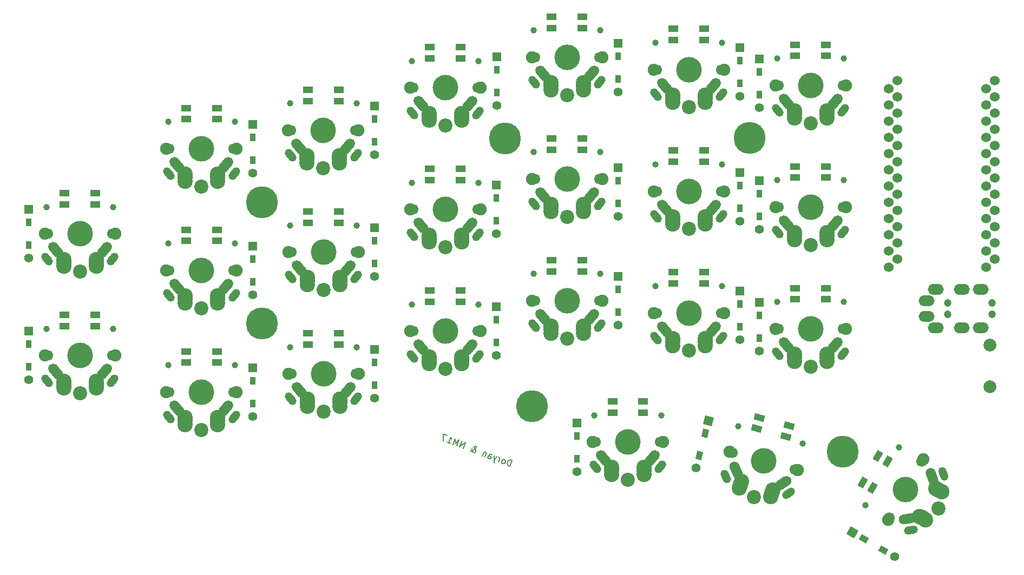
<source format=gbs>
%TF.GenerationSoftware,KiCad,Pcbnew,(6.0.0)*%
%TF.CreationDate,2022-01-01T14:12:31+04:00*%
%TF.ProjectId,Angel Wings FINAL,416e6765-6c20-4576-996e-67732046494e,rev?*%
%TF.SameCoordinates,Original*%
%TF.FileFunction,Soldermask,Bot*%
%TF.FilePolarity,Negative*%
%FSLAX46Y46*%
G04 Gerber Fmt 4.6, Leading zero omitted, Abs format (unit mm)*
G04 Created by KiCad (PCBNEW (6.0.0)) date 2022-01-01 14:12:31*
%MOMM*%
%LPD*%
G01*
G04 APERTURE LIST*
G04 Aperture macros list*
%AMHorizOval*
0 Thick line with rounded ends*
0 $1 width*
0 $2 $3 position (X,Y) of the first rounded end (center of the circle)*
0 $4 $5 position (X,Y) of the second rounded end (center of the circle)*
0 Add line between two ends*
20,1,$1,$2,$3,$4,$5,0*
0 Add two circle primitives to create the rounded ends*
1,1,$1,$2,$3*
1,1,$1,$4,$5*%
%AMRotRect*
0 Rectangle, with rotation*
0 The origin of the aperture is its center*
0 $1 length*
0 $2 width*
0 $3 Rotation angle, in degrees counterclockwise*
0 Add horizontal line*
21,1,$1,$2,0,0,$3*%
G04 Aperture macros list end*
%ADD10C,0.150000*%
%ADD11R,1.600000X1.000000*%
%ADD12R,0.950000X1.300000*%
%ADD13R,1.397000X1.397000*%
%ADD14C,1.397000*%
%ADD15RotRect,1.600000X1.000000X345.000000*%
%ADD16C,5.000000*%
%ADD17RotRect,1.397000X1.397000X330.000000*%
%ADD18RotRect,1.300000X0.950000X330.000000*%
%ADD19C,2.000000*%
%ADD20RotRect,1.600000X1.000000X60.000000*%
%ADD21RotRect,1.300000X0.950000X255.000000*%
%ADD22RotRect,1.397000X1.397000X255.000000*%
%ADD23C,1.524000*%
%ADD24C,1.200000*%
%ADD25O,2.500000X1.700000*%
%ADD26C,1.900000*%
%ADD27C,4.000000*%
%ADD28C,1.000000*%
%ADD29C,1.700000*%
%ADD30HorizOval,1.550000X0.401742X-0.478777X-0.401742X0.478777X0*%
%ADD31C,2.400000*%
%ADD32HorizOval,1.250000X0.305324X-0.363871X-0.305324X0.363871X0*%
%ADD33HorizOval,1.250000X0.305324X0.363871X-0.305324X-0.363871X0*%
%ADD34C,2.200000*%
%ADD35HorizOval,1.550000X0.401742X0.478777X-0.401742X-0.478777X0*%
%ADD36HorizOval,1.250000X-0.162460X0.446354X0.162460X-0.446354X0*%
%ADD37HorizOval,1.250000X0.467784X0.082483X-0.467784X-0.082483X0*%
%ADD38HorizOval,1.550000X0.615504X0.108530X-0.615504X-0.108530X0*%
%ADD39HorizOval,1.550000X-0.213762X0.587307X0.213762X-0.587307X0*%
%ADD40HorizOval,1.250000X0.389097X0.272449X-0.389097X-0.272449X0*%
%ADD41HorizOval,1.250000X0.200744X-0.430496X-0.200744X0.430496X0*%
%ADD42HorizOval,1.550000X0.264136X-0.566441X-0.264136X0.566441X0*%
%ADD43HorizOval,1.550000X0.511969X0.358485X-0.511969X-0.358485X0*%
G04 APERTURE END LIST*
D10*
X137264854Y-134398683D02*
X137623222Y-133465103D01*
X137400941Y-133379777D01*
X137250507Y-133373038D01*
X137127464Y-133427820D01*
X137048878Y-133499667D01*
X136936161Y-133660427D01*
X136884966Y-133793795D01*
X136861161Y-133988685D01*
X136871487Y-134094663D01*
X136926270Y-134217706D01*
X137042573Y-134313357D01*
X137264854Y-134398683D01*
X136197905Y-133989120D02*
X136303883Y-133978794D01*
X136365404Y-133951403D01*
X136443990Y-133879555D01*
X136546381Y-133612818D01*
X136536055Y-133506840D01*
X136508664Y-133445319D01*
X136436817Y-133366733D01*
X136303448Y-133315537D01*
X136197471Y-133325863D01*
X136135949Y-133353254D01*
X136057363Y-133425101D01*
X135954972Y-133691839D01*
X135965298Y-133797816D01*
X135992689Y-133859338D01*
X136064536Y-133937924D01*
X136197905Y-133989120D01*
X135486606Y-133716077D02*
X135725518Y-133093690D01*
X135657257Y-133271515D02*
X135646931Y-133165538D01*
X135619540Y-133104016D01*
X135547693Y-133025430D01*
X135458780Y-132991300D01*
X135236499Y-132905974D02*
X134775306Y-133443035D01*
X134791937Y-132735322D02*
X134775306Y-133443035D01*
X134778893Y-133699446D01*
X134806284Y-133760968D01*
X134878131Y-133839554D01*
X133797270Y-133067602D02*
X133984986Y-132578584D01*
X134063573Y-132506736D01*
X134169550Y-132496410D01*
X134347375Y-132564671D01*
X134419222Y-132643257D01*
X133814335Y-133023146D02*
X133886182Y-133101732D01*
X134108463Y-133187058D01*
X134214441Y-133176732D01*
X134293027Y-133104885D01*
X134327157Y-133015972D01*
X134316832Y-132909995D01*
X134244984Y-132831408D01*
X134022703Y-132746083D01*
X133950856Y-132667496D01*
X133591619Y-132274564D02*
X133352708Y-132896951D01*
X133557489Y-132363476D02*
X133530098Y-132301955D01*
X133458251Y-132223368D01*
X133324882Y-132172173D01*
X133218905Y-132182499D01*
X133140318Y-132254346D01*
X132952602Y-132743364D01*
X131040985Y-132009563D02*
X131085441Y-132026628D01*
X131191418Y-132016302D01*
X131375982Y-131934129D01*
X131700654Y-131752718D01*
X131840762Y-131653479D01*
X131936414Y-131537176D01*
X131970544Y-131448263D01*
X131960218Y-131342286D01*
X131888371Y-131263699D01*
X131843915Y-131246634D01*
X131737937Y-131256960D01*
X131659351Y-131328807D01*
X131642285Y-131373264D01*
X131652611Y-131479241D01*
X131680002Y-131540763D01*
X131878479Y-131820978D01*
X131905870Y-131882500D01*
X131916196Y-131988477D01*
X131865001Y-132121846D01*
X131786414Y-132193693D01*
X131724893Y-132221084D01*
X131618915Y-132231410D01*
X131485547Y-132180215D01*
X131413699Y-132101628D01*
X131386308Y-132040107D01*
X131321200Y-131811087D01*
X131327939Y-131660653D01*
X131362070Y-131571740D01*
X129929579Y-131582935D02*
X130287947Y-130649354D01*
X129396105Y-131378153D01*
X129754473Y-130444573D01*
X128951543Y-131207502D02*
X129309911Y-130273921D01*
X128742740Y-130821308D01*
X128687524Y-130035009D01*
X128329156Y-130968590D01*
X127395575Y-130610222D02*
X127929050Y-130815003D01*
X127662313Y-130712613D02*
X128020680Y-129779032D01*
X128058397Y-129946531D01*
X128113180Y-130069574D01*
X128185027Y-130148160D01*
X127442750Y-129557185D02*
X126820363Y-129318273D01*
X126862101Y-130405440D01*
D11*
%TO.C,L12*%
X143779999Y-64025001D03*
X143779999Y-65775001D03*
X148579999Y-65775001D03*
X148579999Y-64025001D03*
%TD*%
D12*
%TO.C,D10*%
X135130336Y-92430497D03*
D13*
X135130336Y-90395497D03*
D14*
X135130336Y-98015497D03*
D12*
X135130336Y-95980497D03*
%TD*%
D11*
%TO.C,L22*%
X181880001Y-106495000D03*
X181880001Y-108245000D03*
X186680001Y-108245000D03*
X186680001Y-106495000D03*
%TD*%
%TO.C,L18*%
X162829997Y-104024997D03*
X162829997Y-105774997D03*
X167629997Y-105774997D03*
X167629997Y-104024997D03*
%TD*%
D12*
%TO.C,D2*%
X62010330Y-115292499D03*
D13*
X62010330Y-113257499D03*
D14*
X62010330Y-120877499D03*
D12*
X62010330Y-118842499D03*
%TD*%
D11*
%TO.C,L9*%
X124725002Y-68784996D03*
X124725002Y-70534996D03*
X129525002Y-70534996D03*
X129525002Y-68784996D03*
%TD*%
D12*
%TO.C,D15*%
X147750342Y-129620503D03*
D13*
X147750342Y-127585503D03*
D14*
X147750342Y-135205503D03*
D12*
X147750342Y-133170503D03*
%TD*%
D11*
%TO.C,L6*%
X105680006Y-75454927D03*
X105680006Y-77204927D03*
X110480006Y-77204927D03*
X110480006Y-75454927D03*
%TD*%
D13*
%TO.C,D11*%
X135130336Y-109445496D03*
D12*
X135130336Y-111480496D03*
X135130336Y-115030496D03*
D14*
X135130336Y-117065496D03*
%TD*%
D15*
%TO.C,L19*%
X176275324Y-126772464D03*
X175822390Y-128462834D03*
X180458834Y-129705166D03*
X180911768Y-128014796D03*
%TD*%
D12*
%TO.C,D17*%
X173240331Y-90435335D03*
D13*
X173240331Y-88400335D03*
D12*
X173240331Y-93985335D03*
D14*
X173240331Y-96020335D03*
%TD*%
D12*
%TO.C,D5*%
X97010340Y-120994997D03*
D13*
X97010340Y-118959997D03*
D14*
X97010340Y-126579997D03*
D12*
X97010340Y-124544997D03*
%TD*%
D11*
%TO.C,L20*%
X181880003Y-68394998D03*
X181880003Y-70144998D03*
X186680003Y-70144998D03*
X186680003Y-68394998D03*
%TD*%
D13*
%TO.C,D1*%
X62000332Y-94210000D03*
D12*
X62000332Y-96245000D03*
D14*
X62000332Y-101830000D03*
D12*
X62000332Y-99795000D03*
%TD*%
D13*
%TO.C,D12*%
X154190339Y-68185499D03*
D12*
X154190339Y-70220499D03*
D14*
X154190339Y-75805499D03*
D12*
X154190339Y-73770499D03*
%TD*%
D11*
%TO.C,L5*%
X86630001Y-116414994D03*
X86630001Y-118164994D03*
X91430001Y-118164994D03*
X91430001Y-116414994D03*
%TD*%
D16*
%TO.C,*%
X136499999Y-83050000D03*
%TD*%
D12*
%TO.C,D7*%
X116090339Y-99104994D03*
D13*
X116090339Y-97069994D03*
D12*
X116090339Y-102654994D03*
D14*
X116090339Y-104689994D03*
%TD*%
D12*
%TO.C,D8*%
X116090333Y-118154994D03*
D13*
X116090333Y-116119994D03*
D14*
X116090333Y-123739994D03*
D12*
X116090333Y-121704994D03*
%TD*%
D16*
%TO.C,*%
X98470337Y-112065503D03*
%TD*%
D11*
%TO.C,L7*%
X105679997Y-94504997D03*
X105679997Y-96254997D03*
X110479997Y-96254997D03*
X110479997Y-94504997D03*
%TD*%
D13*
%TO.C,D20*%
X176290333Y-70620501D03*
D12*
X176290333Y-72655501D03*
D14*
X176290333Y-78240501D03*
D12*
X176290333Y-76205501D03*
%TD*%
D11*
%TO.C,L2*%
X67579998Y-110694995D03*
X67579998Y-112444995D03*
X72379998Y-112444995D03*
X72379998Y-110694995D03*
%TD*%
%TO.C,L4*%
X86630004Y-97364997D03*
X86630004Y-99114997D03*
X91430004Y-99114997D03*
X91430004Y-97364997D03*
%TD*%
D17*
%TO.C,D23*%
X190866689Y-144754719D03*
D18*
X192629051Y-145772219D03*
X195703441Y-147547219D03*
D14*
X197465803Y-148564719D03*
%TD*%
D11*
%TO.C,L8*%
X105679999Y-113554996D03*
X105679999Y-115304996D03*
X110479999Y-115304996D03*
X110479999Y-113554996D03*
%TD*%
D16*
%TO.C,*%
X174740336Y-82955502D03*
%TD*%
D11*
%TO.C,L15*%
X153300003Y-124214997D03*
X153300003Y-125964997D03*
X158100003Y-125964997D03*
X158100003Y-124214997D03*
%TD*%
D19*
%TO.C,RSW1*%
X212380338Y-115445501D03*
X212380338Y-121945503D03*
%TD*%
D12*
%TO.C,D3*%
X97020335Y-82900502D03*
D13*
X97020335Y-80865502D03*
D14*
X97020335Y-88485502D03*
D12*
X97020335Y-86450502D03*
%TD*%
D11*
%TO.C,L11*%
X124724996Y-106884997D03*
X124724996Y-108634997D03*
X129524996Y-108634997D03*
X129524996Y-106884997D03*
%TD*%
D16*
%TO.C,*%
X98470336Y-93105502D03*
%TD*%
D11*
%TO.C,L1*%
X67580003Y-91644999D03*
X67580003Y-93394999D03*
X72380003Y-93394999D03*
X72380003Y-91644999D03*
%TD*%
D20*
%TO.C,L23*%
X192429242Y-136912874D03*
X193944786Y-137787874D03*
X196344786Y-133630952D03*
X194829242Y-132755952D03*
%TD*%
D12*
%TO.C,D9*%
X135170339Y-72300502D03*
D13*
X135170339Y-70265502D03*
D14*
X135170339Y-77885502D03*
D12*
X135170339Y-75850502D03*
%TD*%
D16*
%TO.C,*%
X140750338Y-125005501D03*
%TD*%
D12*
%TO.C,D13*%
X154190334Y-89655499D03*
D13*
X154190334Y-87620499D03*
D12*
X154190334Y-93205499D03*
D14*
X154190334Y-95240499D03*
%TD*%
D11*
%TO.C,L10*%
X124725000Y-87834996D03*
X124725000Y-89584996D03*
X129525000Y-89584996D03*
X129525000Y-87834996D03*
%TD*%
D12*
%TO.C,D6*%
X116090334Y-80044996D03*
D13*
X116090334Y-78009996D03*
D12*
X116090334Y-83594996D03*
D14*
X116090334Y-85629996D03*
%TD*%
D11*
%TO.C,L14*%
X143780001Y-102124996D03*
X143780001Y-103874996D03*
X148580001Y-103874996D03*
X148580001Y-102124996D03*
%TD*%
D13*
%TO.C,D4*%
X97010340Y-99909994D03*
D12*
X97010340Y-101944994D03*
X97010340Y-105494994D03*
D14*
X97010340Y-107529994D03*
%TD*%
D11*
%TO.C,L21*%
X181879997Y-87444994D03*
X181879997Y-89194994D03*
X186679997Y-89194994D03*
X186679997Y-87444994D03*
%TD*%
D12*
%TO.C,D14*%
X154190334Y-106714995D03*
D13*
X154190334Y-104679995D03*
D14*
X154190334Y-112299995D03*
D12*
X154190334Y-110264995D03*
%TD*%
%TO.C,D21*%
X176290331Y-91705501D03*
D13*
X176290331Y-89670501D03*
D14*
X176290331Y-97290501D03*
D12*
X176290331Y-95255501D03*
%TD*%
%TO.C,D16*%
X173240335Y-70870499D03*
D13*
X173240335Y-68835499D03*
D14*
X173240335Y-76455499D03*
D12*
X173240335Y-74420499D03*
%TD*%
D16*
%TO.C,*%
X189280336Y-132125503D03*
%TD*%
D12*
%TO.C,D18*%
X173240338Y-108970499D03*
D13*
X173240338Y-106935499D03*
D14*
X173240338Y-114555499D03*
D12*
X173240338Y-112520499D03*
%TD*%
D11*
%TO.C,L17*%
X162829995Y-84974995D03*
X162829995Y-86724995D03*
X167629995Y-86724995D03*
X167629995Y-84974995D03*
%TD*%
%TO.C,L13*%
X143780005Y-83075001D03*
X143780005Y-84825001D03*
X148580005Y-84825001D03*
X148580005Y-83075001D03*
%TD*%
D21*
%TO.C,D19*%
X167798997Y-129265116D03*
D22*
X168325694Y-127299457D03*
D21*
X166880189Y-132694152D03*
D14*
X166353492Y-134659811D03*
%TD*%
D23*
%TO.C,U1*%
X196533230Y-75290587D03*
X213079631Y-74020587D03*
X213079631Y-76560587D03*
X196533230Y-77830587D03*
X213079631Y-79100587D03*
X196533230Y-80370587D03*
X196533230Y-82910587D03*
X213079631Y-81640587D03*
X213079631Y-84180587D03*
X196533230Y-85450587D03*
X213079631Y-86720587D03*
X196533230Y-87990587D03*
X196533230Y-90530587D03*
X213079631Y-89260587D03*
X213079631Y-91800587D03*
X196533230Y-93070587D03*
X196533230Y-95610587D03*
X213079631Y-94340587D03*
X213079631Y-96880587D03*
X196533230Y-98150587D03*
X213079631Y-99420587D03*
X196533230Y-100690587D03*
X196533230Y-103230587D03*
X213079631Y-101960587D03*
X211773230Y-103230587D03*
X197859631Y-101960587D03*
X211773230Y-100690587D03*
X197859631Y-99420587D03*
X197859631Y-96880587D03*
X211773230Y-98150587D03*
X211773230Y-95610587D03*
X197859631Y-94340587D03*
X197859631Y-91800587D03*
X211773230Y-93070587D03*
X197859631Y-89260587D03*
X211773230Y-90530587D03*
X197859631Y-86720587D03*
X211773230Y-87990587D03*
X211773230Y-85450587D03*
X197859631Y-84180587D03*
X197859631Y-81640587D03*
X211773230Y-82910587D03*
X211773230Y-80370587D03*
X197859631Y-79100587D03*
X197859631Y-76560587D03*
X211773230Y-77830587D03*
X211773230Y-75290587D03*
X197859631Y-74020587D03*
%TD*%
D24*
%TO.C,J1*%
X205710727Y-108830586D03*
X212710727Y-110580586D03*
X212710727Y-108830586D03*
X205710727Y-110580586D03*
D25*
X202410727Y-108480586D03*
X202410727Y-110930586D03*
X210910727Y-106730586D03*
X210910727Y-112680586D03*
X207910727Y-106730586D03*
X207910727Y-112680586D03*
X203910727Y-112680586D03*
X203910727Y-106730586D03*
%TD*%
D11*
%TO.C,L16*%
X162829999Y-65924996D03*
X162829999Y-67674996D03*
X167629999Y-67674996D03*
X167629999Y-65924996D03*
%TD*%
D13*
%TO.C,D22*%
X176290330Y-108720505D03*
D12*
X176290330Y-110755505D03*
D14*
X176290330Y-116340505D03*
D12*
X176290330Y-114305505D03*
%TD*%
D11*
%TO.C,L3*%
X86629997Y-78314995D03*
X86629997Y-80064995D03*
X91429997Y-80064995D03*
X91429997Y-78314995D03*
%TD*%
D26*
%TO.C,SW22*%
X189779999Y-112869996D03*
D27*
X184280000Y-112869996D03*
D28*
X189500000Y-108669997D03*
X179060000Y-108669997D03*
D29*
X179200000Y-112869996D03*
X189360000Y-112869996D03*
D26*
X178780001Y-112869996D03*
D30*
X180470000Y-115409996D03*
D31*
X181740000Y-117369997D03*
X181740000Y-117949996D03*
D32*
X179180000Y-116769996D03*
D31*
X181740000Y-116869996D03*
D33*
X189380000Y-116769996D03*
D31*
X186820000Y-116869996D03*
D34*
X184280000Y-118769997D03*
D35*
X188090000Y-115409996D03*
D31*
X186820000Y-117949996D03*
X186820000Y-117369997D03*
%TD*%
D28*
%TO.C,SW9*%
X132350001Y-70959999D03*
X121910001Y-70959999D03*
D27*
X127130001Y-75159998D03*
D26*
X121630002Y-75159998D03*
D29*
X132210001Y-75159998D03*
D26*
X132630000Y-75159998D03*
D29*
X122050001Y-75159998D03*
D32*
X122030001Y-79059998D03*
D31*
X124590001Y-80239998D03*
X124590001Y-79659999D03*
D30*
X123320001Y-77699998D03*
D33*
X132230001Y-79059998D03*
D31*
X124590001Y-79159998D03*
D34*
X127130001Y-81059999D03*
D31*
X129670001Y-79159998D03*
X129670001Y-80239998D03*
D35*
X130940001Y-77699998D03*
D31*
X129670001Y-79659999D03*
%TD*%
D29*
%TO.C,SW8*%
X113159995Y-119929997D03*
D27*
X108079995Y-119929997D03*
D26*
X113579994Y-119929997D03*
D29*
X102999995Y-119929997D03*
D26*
X102579996Y-119929997D03*
D28*
X113299995Y-115729998D03*
X102859995Y-115729998D03*
D31*
X105539995Y-123929997D03*
X105539995Y-124429998D03*
X105539995Y-125009997D03*
D32*
X102979995Y-123829997D03*
D30*
X104269995Y-122469997D03*
D33*
X113179995Y-123829997D03*
D31*
X110619995Y-123929997D03*
X110619995Y-124429998D03*
D35*
X111889995Y-122469997D03*
D34*
X108079995Y-125829998D03*
D31*
X110619995Y-125009997D03*
%TD*%
D26*
%TO.C,SW15*%
X161199999Y-130589995D03*
D28*
X160920000Y-126389996D03*
X150480000Y-126389996D03*
D27*
X155700000Y-130589995D03*
D29*
X160780000Y-130589995D03*
X150620000Y-130589995D03*
D26*
X150200001Y-130589995D03*
D32*
X150600000Y-134489995D03*
D33*
X160800000Y-134489995D03*
D31*
X153160000Y-134589995D03*
X153160000Y-135089996D03*
D30*
X151890000Y-133129995D03*
D31*
X153160000Y-135669995D03*
D34*
X155700000Y-136489996D03*
D31*
X158240000Y-135089996D03*
X158240000Y-135669995D03*
X158240000Y-134589995D03*
D35*
X159510000Y-133129995D03*
%TD*%
D26*
%TO.C,SW13*%
X140680001Y-89439999D03*
D28*
X151400000Y-85240000D03*
D26*
X151679999Y-89439999D03*
D29*
X151260000Y-89439999D03*
X141100000Y-89439999D03*
D27*
X146180000Y-89439999D03*
D28*
X140960000Y-85240000D03*
D31*
X143640000Y-94519999D03*
X143640000Y-93940000D03*
D30*
X142370000Y-91979999D03*
D32*
X141080000Y-93339999D03*
D33*
X151280000Y-93339999D03*
D31*
X143640000Y-93439999D03*
X148720000Y-93940000D03*
X148720000Y-94519999D03*
D35*
X149990000Y-91979999D03*
D31*
X148720000Y-93439999D03*
D34*
X146180000Y-95340000D03*
%TD*%
D28*
%TO.C,SW17*%
X160009997Y-87149997D03*
D29*
X160149997Y-91349996D03*
D26*
X159729998Y-91349996D03*
D29*
X170309997Y-91349996D03*
D27*
X165229997Y-91349996D03*
D28*
X170449997Y-87149997D03*
D26*
X170729996Y-91349996D03*
D30*
X161419997Y-93889996D03*
D31*
X162689997Y-96429996D03*
X162689997Y-95849997D03*
D33*
X170329997Y-95249996D03*
D31*
X162689997Y-95349996D03*
D32*
X160129997Y-95249996D03*
D31*
X167769997Y-95849997D03*
D35*
X169039997Y-93889996D03*
D34*
X165229997Y-97249997D03*
D31*
X167769997Y-96429996D03*
X167769997Y-95349996D03*
%TD*%
D29*
%TO.C,SW12*%
X141100002Y-70390000D03*
X151260002Y-70390000D03*
D27*
X146180002Y-70390000D03*
D28*
X140960002Y-66190001D03*
D26*
X140680003Y-70390000D03*
D28*
X151400002Y-66190001D03*
D26*
X151680001Y-70390000D03*
D31*
X143640002Y-74390000D03*
D33*
X151280002Y-74290000D03*
D32*
X141080002Y-74290000D03*
D30*
X142370002Y-72930000D03*
D31*
X143640002Y-75470000D03*
X143640002Y-74890001D03*
D34*
X146180002Y-76290001D03*
D31*
X148720002Y-75470000D03*
X148720002Y-74390000D03*
X148720002Y-74890001D03*
D35*
X149990002Y-72930000D03*
%TD*%
D26*
%TO.C,SW20*%
X178779998Y-74769996D03*
X189779996Y-74769996D03*
D29*
X189359997Y-74769996D03*
X179199997Y-74769996D03*
D28*
X179059997Y-70569997D03*
D27*
X184279997Y-74769996D03*
D28*
X189499997Y-70569997D03*
D31*
X181739997Y-78769996D03*
X181739997Y-79269997D03*
D30*
X180469997Y-77309996D03*
D33*
X189379997Y-78669996D03*
D32*
X179179997Y-78669996D03*
D31*
X181739997Y-79849996D03*
X186819997Y-79849996D03*
X186819997Y-79269997D03*
X186819997Y-78769996D03*
D35*
X188089997Y-77309996D03*
D34*
X184279997Y-80669997D03*
%TD*%
D28*
%TO.C,SW14*%
X151400000Y-104290001D03*
D26*
X140680001Y-108490000D03*
D29*
X151260000Y-108490000D03*
D26*
X151679999Y-108490000D03*
D28*
X140960000Y-104290001D03*
D27*
X146180000Y-108490000D03*
D29*
X141100000Y-108490000D03*
D31*
X143640000Y-112990001D03*
D30*
X142370000Y-111030000D03*
D33*
X151280000Y-112390000D03*
D31*
X143640000Y-112490000D03*
X143640000Y-113570000D03*
D32*
X141080000Y-112390000D03*
D31*
X148720000Y-113570000D03*
D35*
X149990000Y-111030000D03*
D34*
X146180000Y-114390001D03*
D31*
X148720000Y-112990001D03*
X148720000Y-112490000D03*
%TD*%
D29*
%TO.C,SW3*%
X83939997Y-84679994D03*
D26*
X83519998Y-84679994D03*
D28*
X83799997Y-80479995D03*
D27*
X89019997Y-84679994D03*
D28*
X94239997Y-80479995D03*
D29*
X94099997Y-84679994D03*
D26*
X94519996Y-84679994D03*
D32*
X83919997Y-88579994D03*
D31*
X86479997Y-88679994D03*
X86479997Y-89179995D03*
D30*
X85209997Y-87219994D03*
D31*
X86479997Y-89759994D03*
D33*
X94119997Y-88579994D03*
D31*
X91559997Y-89759994D03*
D35*
X92829997Y-87219994D03*
D31*
X91559997Y-88679994D03*
D34*
X89019997Y-90579995D03*
D31*
X91559997Y-89179995D03*
%TD*%
D28*
%TO.C,SW21*%
X189499999Y-89630002D03*
D26*
X189779998Y-93830001D03*
D29*
X189359999Y-93830001D03*
D26*
X178780000Y-93830001D03*
D27*
X184279999Y-93830001D03*
D28*
X179059999Y-89630002D03*
D29*
X179199999Y-93830001D03*
D31*
X181739999Y-98910001D03*
D32*
X179179999Y-97730001D03*
D31*
X181739999Y-98330002D03*
D33*
X189379999Y-97730001D03*
D31*
X181739999Y-97830001D03*
D30*
X180469999Y-96370001D03*
D35*
X188089999Y-96370001D03*
D31*
X186819999Y-97830001D03*
X186819999Y-98330002D03*
X186819999Y-98910001D03*
D34*
X184279999Y-99730002D03*
%TD*%
D28*
%TO.C,SW1*%
X64759994Y-93820001D03*
D29*
X75059994Y-98020000D03*
D27*
X69979994Y-98020000D03*
D26*
X75479993Y-98020000D03*
D29*
X64899994Y-98020000D03*
D26*
X64479995Y-98020000D03*
D28*
X75199994Y-93820001D03*
D31*
X67439994Y-102520001D03*
D33*
X75079994Y-101920000D03*
D32*
X64879994Y-101920000D03*
D30*
X66169994Y-100560000D03*
D31*
X67439994Y-102020000D03*
X67439994Y-103100000D03*
X72519994Y-102520001D03*
D35*
X73789994Y-100560000D03*
D31*
X72519994Y-103100000D03*
X72519994Y-102020000D03*
D34*
X69979994Y-103920001D03*
%TD*%
D26*
%TO.C,SW18*%
X170729994Y-110399998D03*
D28*
X160009995Y-106199999D03*
D27*
X165229995Y-110399998D03*
D28*
X170449995Y-106199999D03*
D29*
X170309995Y-110399998D03*
D26*
X159729996Y-110399998D03*
D29*
X160149995Y-110399998D03*
D32*
X160129995Y-114299998D03*
D31*
X162689995Y-115479998D03*
X162689995Y-114899999D03*
D33*
X170329995Y-114299998D03*
D31*
X162689995Y-114399998D03*
D30*
X161419995Y-112939998D03*
D35*
X169039995Y-112939998D03*
D34*
X165229995Y-116299999D03*
D31*
X167769995Y-115479998D03*
X167769995Y-114399998D03*
X167769995Y-114899999D03*
%TD*%
D27*
%TO.C,SW2*%
X69979995Y-117069998D03*
D28*
X64759995Y-112869999D03*
D29*
X75059995Y-117069998D03*
X64899995Y-117069998D03*
D28*
X75199995Y-112869999D03*
D26*
X75479994Y-117069998D03*
X64479996Y-117069998D03*
D31*
X67439995Y-121069998D03*
D32*
X64879995Y-120969998D03*
D31*
X67439995Y-122149998D03*
D33*
X75079995Y-120969998D03*
D30*
X66169995Y-119609998D03*
D31*
X67439995Y-121569999D03*
X72519995Y-121569999D03*
X72519995Y-121069998D03*
X72519995Y-122149998D03*
D35*
X73789995Y-119609998D03*
D34*
X69979995Y-122969999D03*
%TD*%
D29*
%TO.C,SW6*%
X113150000Y-81819996D03*
D27*
X108070000Y-81819996D03*
D26*
X113569999Y-81819996D03*
X102570001Y-81819996D03*
D28*
X113290000Y-77619997D03*
X102850000Y-77619997D03*
D29*
X102990000Y-81819996D03*
D31*
X105530000Y-86899996D03*
X105530000Y-85819996D03*
D32*
X102970000Y-85719996D03*
D33*
X113170000Y-85719996D03*
D30*
X104260000Y-84359996D03*
D31*
X105530000Y-86319997D03*
D35*
X111880000Y-84359996D03*
D31*
X110610000Y-86899996D03*
X110610000Y-85819996D03*
D34*
X108070000Y-87719997D03*
D31*
X110610000Y-86319997D03*
%TD*%
D27*
%TO.C,SW10*%
X127130000Y-94209999D03*
D26*
X121630001Y-94209999D03*
D29*
X122050000Y-94209999D03*
X132210000Y-94209999D03*
D28*
X121910000Y-90010000D03*
D26*
X132629999Y-94209999D03*
D28*
X132350000Y-90010000D03*
D32*
X122030000Y-98109999D03*
D33*
X132230000Y-98109999D03*
D31*
X124590000Y-98209999D03*
D30*
X123320000Y-96749999D03*
D31*
X124590000Y-99289999D03*
X124590000Y-98710000D03*
X129670000Y-98710000D03*
D35*
X130940000Y-96749999D03*
D34*
X127130000Y-100110000D03*
D31*
X129670000Y-99289999D03*
X129670000Y-98209999D03*
%TD*%
D27*
%TO.C,SW23*%
X199152501Y-138023267D03*
D29*
X196612501Y-142422676D03*
D26*
X196402501Y-142786406D03*
X201902501Y-133260128D03*
D28*
X192905195Y-140443920D03*
X198125195Y-131402615D03*
D29*
X201692501Y-133623858D03*
D36*
X205080000Y-135556537D03*
D31*
X202281910Y-142762972D03*
X201346603Y-142222972D03*
D37*
X199980000Y-144389997D03*
D31*
X201779616Y-142472972D03*
D38*
X199447206Y-142592824D03*
D31*
X203886603Y-137823562D03*
D34*
X204262052Y-140973268D03*
D31*
X204319616Y-138073563D03*
X204821910Y-138363562D03*
D39*
X203257206Y-135993710D03*
%TD*%
D26*
%TO.C,SW5*%
X83519996Y-122779997D03*
D28*
X94239995Y-118579998D03*
D29*
X94099995Y-122779997D03*
D27*
X89019995Y-122779997D03*
D29*
X83939995Y-122779997D03*
D26*
X94519994Y-122779997D03*
D28*
X83799995Y-118579998D03*
D31*
X86479995Y-127859997D03*
D32*
X83919995Y-126679997D03*
D31*
X86479995Y-126779997D03*
X86479995Y-127279998D03*
D30*
X85209995Y-125319997D03*
D33*
X94119995Y-126679997D03*
D34*
X89019995Y-128679998D03*
D35*
X92829995Y-125319997D03*
D31*
X91559995Y-127859997D03*
X91559995Y-127279998D03*
X91559995Y-126779997D03*
%TD*%
D28*
%TO.C,SW11*%
X121909997Y-109059997D03*
D29*
X132209997Y-113259996D03*
D26*
X132629996Y-113259996D03*
X121629998Y-113259996D03*
D27*
X127129997Y-113259996D03*
D29*
X122049997Y-113259996D03*
D28*
X132349997Y-109059997D03*
D31*
X124589997Y-118339996D03*
X124589997Y-117759997D03*
D33*
X132229997Y-117159996D03*
D30*
X123319997Y-115799996D03*
D32*
X122029997Y-117159996D03*
D31*
X124589997Y-117259996D03*
X129669997Y-117259996D03*
X129669997Y-118339996D03*
X129669997Y-117759997D03*
D35*
X130939997Y-115799996D03*
D34*
X127129997Y-119159997D03*
%TD*%
D29*
%TO.C,SW16*%
X170309997Y-72299998D03*
D28*
X160009997Y-68099999D03*
X170449997Y-68099999D03*
D27*
X165229997Y-72299998D03*
D26*
X170729996Y-72299998D03*
X159729998Y-72299998D03*
D29*
X160149997Y-72299998D03*
D32*
X160129997Y-76199998D03*
D30*
X161419997Y-74839998D03*
D31*
X162689997Y-76799999D03*
X162689997Y-76299998D03*
X162689997Y-77379998D03*
D33*
X170329997Y-76199998D03*
D31*
X167769997Y-76799999D03*
X167769997Y-77379998D03*
D35*
X169039997Y-74839998D03*
D34*
X165229997Y-78199999D03*
D31*
X167769997Y-76299998D03*
%TD*%
D29*
%TO.C,SW7*%
X103000002Y-100879998D03*
D26*
X113580001Y-100879998D03*
D29*
X113160002Y-100879998D03*
D28*
X113300002Y-96679999D03*
D27*
X108080002Y-100879998D03*
D28*
X102860002Y-96679999D03*
D26*
X102580003Y-100879998D03*
D31*
X105540002Y-105379999D03*
X105540002Y-104879998D03*
X105540002Y-105959998D03*
D30*
X104270002Y-103419998D03*
D32*
X102980002Y-104779998D03*
D33*
X113180002Y-104779998D03*
D31*
X110620002Y-105379999D03*
X110620002Y-105959998D03*
D34*
X108080002Y-106779999D03*
D35*
X111890002Y-103419998D03*
D31*
X110620002Y-104879998D03*
%TD*%
D27*
%TO.C,SW4*%
X89020003Y-103729994D03*
D26*
X94520002Y-103729994D03*
X83520004Y-103729994D03*
D28*
X83800003Y-99529995D03*
X94240003Y-99529995D03*
D29*
X83940003Y-103729994D03*
X94100003Y-103729994D03*
D31*
X86480003Y-108809994D03*
X86480003Y-108229995D03*
X86480003Y-107729994D03*
D32*
X83920003Y-107629994D03*
D33*
X94120003Y-107629994D03*
D30*
X85210003Y-106269994D03*
D35*
X92830003Y-106269994D03*
D31*
X91560003Y-107729994D03*
X91560003Y-108809994D03*
X91560003Y-108229995D03*
D34*
X89020003Y-109629995D03*
%TD*%
D27*
%TO.C,SW19*%
X176943173Y-133552911D03*
D28*
X183072346Y-130847059D03*
D26*
X171630582Y-132129407D03*
D29*
X172036270Y-132238110D03*
X181850076Y-134867712D03*
D26*
X182255764Y-134976415D03*
D28*
X172988080Y-128144988D03*
D40*
X180860000Y-138639999D03*
D31*
X173325035Y-137242178D03*
X173174921Y-137802414D03*
D41*
X171007557Y-136000045D03*
D31*
X173454445Y-136759214D03*
D42*
X172605595Y-135020262D03*
D31*
X178081824Y-139117215D03*
D34*
X175416140Y-139251874D03*
D31*
X178361348Y-138074015D03*
D43*
X179965950Y-136992463D03*
D31*
X178231939Y-138556979D03*
%TD*%
M02*

</source>
